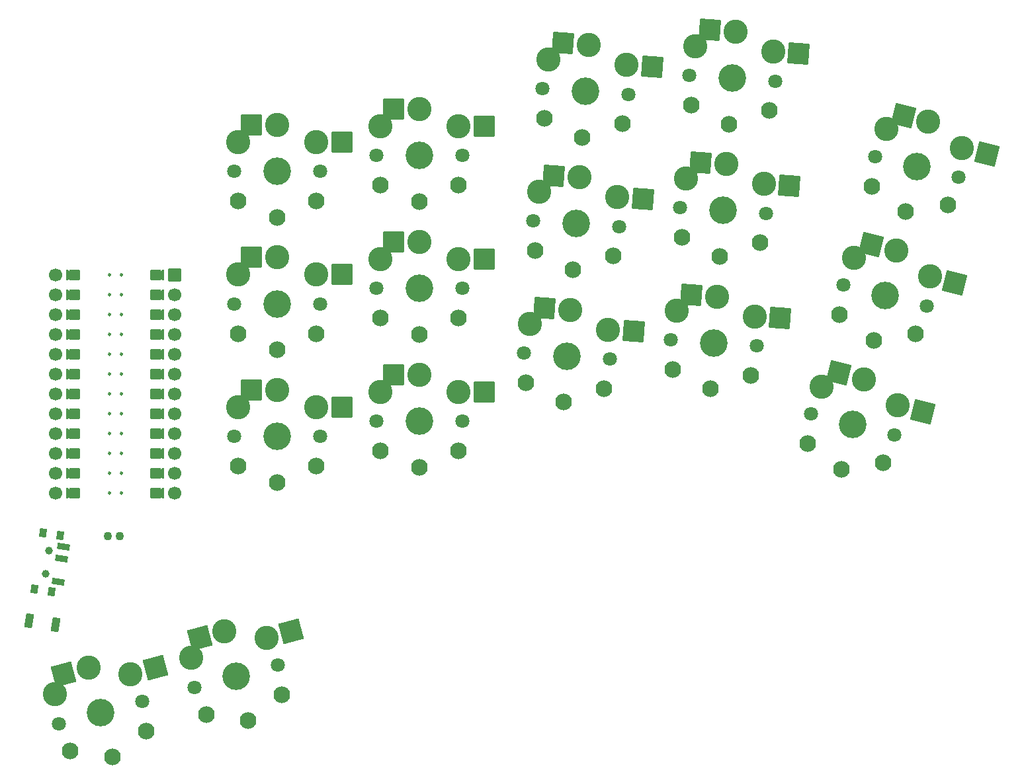
<source format=gbr>
%TF.GenerationSoftware,KiCad,Pcbnew,6.0.6-3a73a75311~116~ubuntu22.04.1*%
%TF.CreationDate,2022-07-26T19:17:06+02:00*%
%TF.ProjectId,kiboard,6b69626f-6172-4642-9e6b-696361645f70,v1.0.0*%
%TF.SameCoordinates,Original*%
%TF.FileFunction,Soldermask,Bot*%
%TF.FilePolarity,Negative*%
%FSLAX46Y46*%
G04 Gerber Fmt 4.6, Leading zero omitted, Abs format (unit mm)*
G04 Created by KiCad (PCBNEW 6.0.6-3a73a75311~116~ubuntu22.04.1) date 2022-07-26 19:17:06*
%MOMM*%
%LPD*%
G01*
G04 APERTURE LIST*
G04 Aperture macros list*
%AMRoundRect*
0 Rectangle with rounded corners*
0 $1 Rounding radius*
0 $2 $3 $4 $5 $6 $7 $8 $9 X,Y pos of 4 corners*
0 Add a 4 corners polygon primitive as box body*
4,1,4,$2,$3,$4,$5,$6,$7,$8,$9,$2,$3,0*
0 Add four circle primitives for the rounded corners*
1,1,$1+$1,$2,$3*
1,1,$1+$1,$4,$5*
1,1,$1+$1,$6,$7*
1,1,$1+$1,$8,$9*
0 Add four rect primitives between the rounded corners*
20,1,$1+$1,$2,$3,$4,$5,0*
20,1,$1+$1,$4,$5,$6,$7,0*
20,1,$1+$1,$6,$7,$8,$9,0*
20,1,$1+$1,$8,$9,$2,$3,0*%
%AMFreePoly0*
4,1,14,0.635355,0.435355,0.650000,0.400000,0.650000,0.200000,0.635355,0.164645,0.035355,-0.435355,0.000000,-0.450000,-0.035355,-0.435355,-0.635355,0.164645,-0.650000,0.200000,-0.650000,0.400000,-0.635355,0.435355,-0.600000,0.450000,0.600000,0.450000,0.635355,0.435355,0.635355,0.435355,$1*%
%AMFreePoly1*
4,1,16,0.635355,1.035355,0.650000,1.000000,0.650000,-0.250000,0.635355,-0.285355,0.600000,-0.300000,-0.600000,-0.300000,-0.635355,-0.285355,-0.650000,-0.250000,-0.650000,1.000000,-0.635355,1.035355,-0.600000,1.050000,-0.564645,1.035355,0.000000,0.470710,0.564645,1.035355,0.600000,1.050000,0.635355,1.035355,0.635355,1.035355,$1*%
G04 Aperture macros list end*
%ADD10C,0.250000*%
%ADD11C,0.100000*%
%ADD12C,1.100000*%
%ADD13C,1.000000*%
%ADD14RoundRect,0.050000X0.316858X-0.556418X0.473293X0.431270X-0.316858X0.556418X-0.473293X-0.431270X0*%
%ADD15RoundRect,0.050000X0.686014X-0.463017X0.795518X0.228365X-0.686014X0.463017X-0.795518X-0.228365X0*%
%ADD16RoundRect,0.050000X-0.577429X-0.769140X0.311490X-0.909931X0.577429X0.769140X-0.311490X0.909931X0*%
%ADD17C,3.100000*%
%ADD18C,1.801800*%
%ADD19C,3.529000*%
%ADD20RoundRect,0.050000X-1.387517X-1.206150X1.206150X-1.387517X1.387517X1.206150X-1.206150X1.387517X0*%
%ADD21RoundRect,0.050000X-1.300000X-1.300000X1.300000X-1.300000X1.300000X1.300000X-1.300000X1.300000X0*%
%ADD22C,2.132000*%
%ADD23RoundRect,0.050000X-0.919239X-1.592168X1.592168X-0.919239X0.919239X1.592168X-1.592168X0.919239X0*%
%ADD24C,1.700000*%
%ADD25FreePoly0,270.000000*%
%ADD26FreePoly0,90.000000*%
%ADD27RoundRect,0.050000X-0.800000X0.800000X-0.800000X-0.800000X0.800000X-0.800000X0.800000X0.800000X0*%
%ADD28FreePoly1,90.000000*%
%ADD29FreePoly1,270.000000*%
%ADD30RoundRect,0.050000X-1.575883X-0.946886X0.946886X-1.575883X1.575883X0.946886X-0.946886X1.575883X0*%
G04 APERTURE END LIST*
D10*
%TO.C,MCU1*%
X-3013000Y2933356D02*
G75*
G03*
X-3013000Y2933356I-125000J0D01*
G01*
X-4537000Y8013356D02*
G75*
G03*
X-4537000Y8013356I-125000J0D01*
G01*
X-4537000Y15633356D02*
G75*
G03*
X-4537000Y15633356I-125000J0D01*
G01*
X-3013000Y13093356D02*
G75*
G03*
X-3013000Y13093356I-125000J0D01*
G01*
X-3013000Y10553356D02*
G75*
G03*
X-3013000Y10553356I-125000J0D01*
G01*
X-3013000Y-2146644D02*
G75*
G03*
X-3013000Y-2146644I-125000J0D01*
G01*
X-3013000Y8013356D02*
G75*
G03*
X-3013000Y8013356I-125000J0D01*
G01*
X-4537000Y393356D02*
G75*
G03*
X-4537000Y393356I-125000J0D01*
G01*
X-4537000Y-2146644D02*
G75*
G03*
X-4537000Y-2146644I-125000J0D01*
G01*
X-3013000Y-7226644D02*
G75*
G03*
X-3013000Y-7226644I-125000J0D01*
G01*
X-3013000Y393356D02*
G75*
G03*
X-3013000Y393356I-125000J0D01*
G01*
X-4537000Y13093356D02*
G75*
G03*
X-4537000Y13093356I-125000J0D01*
G01*
X-4537000Y18173356D02*
G75*
G03*
X-4537000Y18173356I-125000J0D01*
G01*
X-4537000Y5473356D02*
G75*
G03*
X-4537000Y5473356I-125000J0D01*
G01*
X-3013000Y15633356D02*
G75*
G03*
X-3013000Y15633356I-125000J0D01*
G01*
X-3013000Y18173356D02*
G75*
G03*
X-3013000Y18173356I-125000J0D01*
G01*
X-4537000Y10553356D02*
G75*
G03*
X-4537000Y10553356I-125000J0D01*
G01*
X-4537000Y-4686644D02*
G75*
G03*
X-4537000Y-4686644I-125000J0D01*
G01*
X-3013000Y5473356D02*
G75*
G03*
X-3013000Y5473356I-125000J0D01*
G01*
X-4537000Y2933356D02*
G75*
G03*
X-4537000Y2933356I-125000J0D01*
G01*
X-3013000Y-4686644D02*
G75*
G03*
X-3013000Y-4686644I-125000J0D01*
G01*
X-4537000Y20713356D02*
G75*
G03*
X-4537000Y20713356I-125000J0D01*
G01*
X-4537000Y-7226644D02*
G75*
G03*
X-4537000Y-7226644I-125000J0D01*
G01*
X-3013000Y20713356D02*
G75*
G03*
X-3013000Y20713356I-125000J0D01*
G01*
G36*
X-8980000Y12585356D02*
G01*
X-9996000Y12585356D01*
X-9996000Y13601356D01*
X-8980000Y13601356D01*
X-8980000Y12585356D01*
G37*
D11*
X-8980000Y12585356D02*
X-9996000Y12585356D01*
X-9996000Y13601356D01*
X-8980000Y13601356D01*
X-8980000Y12585356D01*
G36*
X-8980000Y-7734644D02*
G01*
X-9996000Y-7734644D01*
X-9996000Y-6718644D01*
X-8980000Y-6718644D01*
X-8980000Y-7734644D01*
G37*
X-8980000Y-7734644D02*
X-9996000Y-7734644D01*
X-9996000Y-6718644D01*
X-8980000Y-6718644D01*
X-8980000Y-7734644D01*
G36*
X-8980000Y10045356D02*
G01*
X-9996000Y10045356D01*
X-9996000Y11061356D01*
X-8980000Y11061356D01*
X-8980000Y10045356D01*
G37*
X-8980000Y10045356D02*
X-9996000Y10045356D01*
X-9996000Y11061356D01*
X-8980000Y11061356D01*
X-8980000Y10045356D01*
G36*
X2196000Y7505356D02*
G01*
X1180000Y7505356D01*
X1180000Y8521356D01*
X2196000Y8521356D01*
X2196000Y7505356D01*
G37*
X2196000Y7505356D02*
X1180000Y7505356D01*
X1180000Y8521356D01*
X2196000Y8521356D01*
X2196000Y7505356D01*
G36*
X2196000Y4965356D02*
G01*
X1180000Y4965356D01*
X1180000Y5981356D01*
X2196000Y5981356D01*
X2196000Y4965356D01*
G37*
X2196000Y4965356D02*
X1180000Y4965356D01*
X1180000Y5981356D01*
X2196000Y5981356D01*
X2196000Y4965356D01*
G36*
X2196000Y-5194644D02*
G01*
X1180000Y-5194644D01*
X1180000Y-4178644D01*
X2196000Y-4178644D01*
X2196000Y-5194644D01*
G37*
X2196000Y-5194644D02*
X1180000Y-5194644D01*
X1180000Y-4178644D01*
X2196000Y-4178644D01*
X2196000Y-5194644D01*
G36*
X2196000Y17665356D02*
G01*
X1180000Y17665356D01*
X1180000Y18681356D01*
X2196000Y18681356D01*
X2196000Y17665356D01*
G37*
X2196000Y17665356D02*
X1180000Y17665356D01*
X1180000Y18681356D01*
X2196000Y18681356D01*
X2196000Y17665356D01*
G36*
X-8980000Y15125356D02*
G01*
X-9996000Y15125356D01*
X-9996000Y16141356D01*
X-8980000Y16141356D01*
X-8980000Y15125356D01*
G37*
X-8980000Y15125356D02*
X-9996000Y15125356D01*
X-9996000Y16141356D01*
X-8980000Y16141356D01*
X-8980000Y15125356D01*
G36*
X2196000Y-114644D02*
G01*
X1180000Y-114644D01*
X1180000Y901356D01*
X2196000Y901356D01*
X2196000Y-114644D01*
G37*
X2196000Y-114644D02*
X1180000Y-114644D01*
X1180000Y901356D01*
X2196000Y901356D01*
X2196000Y-114644D01*
G36*
X-8980000Y17665356D02*
G01*
X-9996000Y17665356D01*
X-9996000Y18681356D01*
X-8980000Y18681356D01*
X-8980000Y17665356D01*
G37*
X-8980000Y17665356D02*
X-9996000Y17665356D01*
X-9996000Y18681356D01*
X-8980000Y18681356D01*
X-8980000Y17665356D01*
G36*
X-8980000Y7505356D02*
G01*
X-9996000Y7505356D01*
X-9996000Y8521356D01*
X-8980000Y8521356D01*
X-8980000Y7505356D01*
G37*
X-8980000Y7505356D02*
X-9996000Y7505356D01*
X-9996000Y8521356D01*
X-8980000Y8521356D01*
X-8980000Y7505356D01*
G36*
X-8980000Y4965356D02*
G01*
X-9996000Y4965356D01*
X-9996000Y5981356D01*
X-8980000Y5981356D01*
X-8980000Y4965356D01*
G37*
X-8980000Y4965356D02*
X-9996000Y4965356D01*
X-9996000Y5981356D01*
X-8980000Y5981356D01*
X-8980000Y4965356D01*
G36*
X2196000Y-2654644D02*
G01*
X1180000Y-2654644D01*
X1180000Y-1638644D01*
X2196000Y-1638644D01*
X2196000Y-2654644D01*
G37*
X2196000Y-2654644D02*
X1180000Y-2654644D01*
X1180000Y-1638644D01*
X2196000Y-1638644D01*
X2196000Y-2654644D01*
G36*
X2196000Y12585356D02*
G01*
X1180000Y12585356D01*
X1180000Y13601356D01*
X2196000Y13601356D01*
X2196000Y12585356D01*
G37*
X2196000Y12585356D02*
X1180000Y12585356D01*
X1180000Y13601356D01*
X2196000Y13601356D01*
X2196000Y12585356D01*
G36*
X2196000Y2425356D02*
G01*
X1180000Y2425356D01*
X1180000Y3441356D01*
X2196000Y3441356D01*
X2196000Y2425356D01*
G37*
X2196000Y2425356D02*
X1180000Y2425356D01*
X1180000Y3441356D01*
X2196000Y3441356D01*
X2196000Y2425356D01*
G36*
X2196000Y10045356D02*
G01*
X1180000Y10045356D01*
X1180000Y11061356D01*
X2196000Y11061356D01*
X2196000Y10045356D01*
G37*
X2196000Y10045356D02*
X1180000Y10045356D01*
X1180000Y11061356D01*
X2196000Y11061356D01*
X2196000Y10045356D01*
G36*
X2196000Y20205356D02*
G01*
X1180000Y20205356D01*
X1180000Y21221356D01*
X2196000Y21221356D01*
X2196000Y20205356D01*
G37*
X2196000Y20205356D02*
X1180000Y20205356D01*
X1180000Y21221356D01*
X2196000Y21221356D01*
X2196000Y20205356D01*
G36*
X-8980000Y-114644D02*
G01*
X-9996000Y-114644D01*
X-9996000Y901356D01*
X-8980000Y901356D01*
X-8980000Y-114644D01*
G37*
X-8980000Y-114644D02*
X-9996000Y-114644D01*
X-9996000Y901356D01*
X-8980000Y901356D01*
X-8980000Y-114644D01*
G36*
X-8980000Y-2654644D02*
G01*
X-9996000Y-2654644D01*
X-9996000Y-1638644D01*
X-8980000Y-1638644D01*
X-8980000Y-2654644D01*
G37*
X-8980000Y-2654644D02*
X-9996000Y-2654644D01*
X-9996000Y-1638644D01*
X-8980000Y-1638644D01*
X-8980000Y-2654644D01*
G36*
X-8980000Y20205356D02*
G01*
X-9996000Y20205356D01*
X-9996000Y21221356D01*
X-8980000Y21221356D01*
X-8980000Y20205356D01*
G37*
X-8980000Y20205356D02*
X-9996000Y20205356D01*
X-9996000Y21221356D01*
X-8980000Y21221356D01*
X-8980000Y20205356D01*
G36*
X2196000Y-7734644D02*
G01*
X1180000Y-7734644D01*
X1180000Y-6718644D01*
X2196000Y-6718644D01*
X2196000Y-7734644D01*
G37*
X2196000Y-7734644D02*
X1180000Y-7734644D01*
X1180000Y-6718644D01*
X2196000Y-6718644D01*
X2196000Y-7734644D01*
G36*
X2196000Y15125356D02*
G01*
X1180000Y15125356D01*
X1180000Y16141356D01*
X2196000Y16141356D01*
X2196000Y15125356D01*
G37*
X2196000Y15125356D02*
X1180000Y15125356D01*
X1180000Y16141356D01*
X2196000Y16141356D01*
X2196000Y15125356D01*
G36*
X-8980000Y2425356D02*
G01*
X-9996000Y2425356D01*
X-9996000Y3441356D01*
X-8980000Y3441356D01*
X-8980000Y2425356D01*
G37*
X-8980000Y2425356D02*
X-9996000Y2425356D01*
X-9996000Y3441356D01*
X-8980000Y3441356D01*
X-8980000Y2425356D01*
G36*
X-8980000Y-5194644D02*
G01*
X-9996000Y-5194644D01*
X-9996000Y-4178644D01*
X-8980000Y-4178644D01*
X-8980000Y-5194644D01*
G37*
X-8980000Y-5194644D02*
X-9996000Y-5194644D01*
X-9996000Y-4178644D01*
X-8980000Y-4178644D01*
X-8980000Y-5194644D01*
%TD*%
D12*
%TO.C,*%
X-4870835Y-12743763D03*
X-3370835Y-12743763D03*
%TD*%
D13*
%TO.C,*%
X-12376837Y-14592064D03*
D14*
X-14268932Y-19506581D03*
D13*
X-12846141Y-17555129D03*
D14*
X-10944169Y-12642176D03*
X-12086141Y-19852301D03*
X-13126961Y-12296456D03*
D13*
X-12376837Y-14592064D03*
X-12846141Y-17555129D03*
D15*
X-11225135Y-18571220D03*
X-10755832Y-15608155D03*
X-10521180Y-14126623D03*
%TD*%
D16*
%TO.C,*%
X-14922237Y-23595451D03*
X-11564097Y-24127329D03*
%TD*%
D17*
%TO.C,S15*%
X60335511Y30657648D03*
D18*
X49599502Y27649226D03*
D17*
X55501155Y33201071D03*
X50359871Y31355213D03*
D19*
X55086104Y27265565D03*
D18*
X60572706Y26881904D03*
D17*
X55501155Y33201071D03*
D20*
X52234133Y33429524D03*
X63602533Y30429195D03*
%TD*%
D18*
%TO.C,S9*%
X29500000Y19000000D03*
D19*
X35000000Y19000000D03*
D17*
X35000000Y24950000D03*
X30000000Y22750000D03*
X35000000Y24950000D03*
D18*
X40500000Y19000000D03*
D17*
X40000000Y22750000D03*
D21*
X31725000Y24950000D03*
X43275000Y22750000D03*
%TD*%
D19*
%TO.C,S24*%
X75035924Y45919375D03*
D18*
X69549322Y46303036D03*
X80522526Y45535714D03*
D22*
X69783029Y42477414D03*
X79758670Y41779849D03*
X74624361Y40033747D03*
X74624361Y40033747D03*
%TD*%
D18*
%TO.C,S34*%
X6260738Y-32106019D03*
D19*
X11573330Y-30682514D03*
D18*
X16885922Y-29259009D03*
D22*
X7727213Y-35647127D03*
X17386472Y-33058937D03*
X13100362Y-36381476D03*
X13100362Y-36381476D03*
%TD*%
D17*
%TO.C,S31*%
X-11613536Y-33013130D03*
D18*
X-11125927Y-36764762D03*
D17*
X-7353308Y-29593998D03*
D19*
X-5813335Y-35341257D03*
D17*
X-7353308Y-29593998D03*
D18*
X-500743Y-33917752D03*
D17*
X-1954277Y-30424940D03*
D23*
X-10516715Y-30441631D03*
X1209130Y-29577308D03*
%TD*%
D18*
%TO.C,S4*%
X11300000Y17000000D03*
D19*
X16800000Y17000000D03*
D18*
X22300000Y17000000D03*
D22*
X21800000Y13200000D03*
X11800000Y13200000D03*
X16800000Y11100000D03*
X16800000Y11100000D03*
%TD*%
D19*
%TO.C,S3*%
X16800000Y17000000D03*
D17*
X16800000Y22950000D03*
D18*
X11300000Y17000000D03*
D17*
X21800000Y20750000D03*
X11800000Y20750000D03*
D18*
X22300000Y17000000D03*
D17*
X16800000Y22950000D03*
D21*
X13525000Y22950000D03*
X25075000Y20750000D03*
%TD*%
D17*
%TO.C,S11*%
X35000000Y41950000D03*
D19*
X35000000Y36000000D03*
D18*
X29500000Y36000000D03*
D17*
X35000000Y41950000D03*
D18*
X40500000Y36000000D03*
D17*
X30000000Y39750000D03*
X40000000Y39750000D03*
D21*
X31725000Y41950000D03*
X43275000Y39750000D03*
%TD*%
D18*
%TO.C,S17*%
X61758566Y43840492D03*
D17*
X56687015Y50159659D03*
D19*
X56271964Y44224153D03*
D17*
X61521371Y47616236D03*
X51545731Y48313801D03*
X56687015Y50159659D03*
D18*
X50785362Y44607814D03*
D20*
X53419993Y50388112D03*
X64788393Y47387783D03*
%TD*%
D24*
%TO.C,MCU1*%
X-11520000Y5473356D03*
X3720000Y13093356D03*
X3720000Y393356D03*
X3720000Y20713356D03*
D25*
X1942000Y20713356D03*
D26*
X-9742000Y-4686644D03*
D25*
X1942000Y18173356D03*
X1942000Y-7226644D03*
D24*
X-11520000Y-7226644D03*
D25*
X1942000Y13093356D03*
D24*
X3720000Y5473356D03*
D27*
X3720000Y20713356D03*
D25*
X1942000Y2933356D03*
D26*
X-9742000Y13093356D03*
D24*
X3720000Y8013356D03*
X3720000Y-7226644D03*
X-11520000Y15633356D03*
X3720000Y18173356D03*
D25*
X1942000Y8013356D03*
D24*
X-11520000Y20713356D03*
D26*
X-9742000Y5473356D03*
D25*
X1942000Y393356D03*
D24*
X-11520000Y8013356D03*
D25*
X1942000Y5473356D03*
X1942000Y-4686644D03*
D24*
X-11520000Y-2146644D03*
D26*
X-9742000Y18173356D03*
X-9742000Y-2146644D03*
D24*
X-11520000Y18173356D03*
D26*
X-9742000Y393356D03*
D24*
X3720000Y10553356D03*
X-11520000Y13093356D03*
X3720000Y-4686644D03*
X-11520000Y10553356D03*
D26*
X-9742000Y-7226644D03*
D24*
X-11520000Y393356D03*
D25*
X1942000Y15633356D03*
D24*
X-11520000Y2933356D03*
X3720000Y2933356D03*
X-11520000Y-4686644D03*
D25*
X1942000Y-2146644D03*
D24*
X3720000Y15633356D03*
D26*
X-9742000Y8013356D03*
X-9742000Y10553356D03*
X-9742000Y20713356D03*
D25*
X1942000Y10553356D03*
D26*
X-9742000Y2933356D03*
D24*
X3720000Y-2146644D03*
D26*
X-9742000Y15633356D03*
D28*
X-8726000Y20713356D03*
X-8726000Y18173356D03*
X-8726000Y15633356D03*
X-8726000Y13093356D03*
X-8726000Y10553356D03*
X-8726000Y8013356D03*
X-8726000Y5473356D03*
X-8726000Y2933356D03*
X-8726000Y393356D03*
X-8726000Y-2146644D03*
X-8726000Y-4686644D03*
X-8726000Y-7226644D03*
D29*
X926000Y-7226644D03*
X926000Y-4686644D03*
X926000Y-2146644D03*
X926000Y393356D03*
X926000Y2933356D03*
X926000Y5473356D03*
X926000Y8013356D03*
X926000Y10553356D03*
X926000Y13093356D03*
X926000Y15633356D03*
X926000Y18173356D03*
X926000Y20713356D03*
%TD*%
D17*
%TO.C,S7*%
X30000000Y5750000D03*
D18*
X40500000Y2000000D03*
D17*
X40000000Y5750000D03*
D19*
X35000000Y2000000D03*
D18*
X29500000Y2000000D03*
D17*
X35000000Y7950000D03*
X35000000Y7950000D03*
D21*
X31725000Y7950000D03*
X43275000Y5750000D03*
%TD*%
D18*
%TO.C,S1*%
X11300000Y0D03*
D17*
X16800000Y5950000D03*
X11800000Y3750000D03*
D18*
X22300000Y0D03*
D19*
X16800000Y0D03*
D17*
X16800000Y5950000D03*
X21800000Y3750000D03*
D21*
X13525000Y5950000D03*
X25075000Y3750000D03*
%TD*%
D19*
%TO.C,S12*%
X35000000Y36000000D03*
D18*
X40500000Y36000000D03*
X29500000Y36000000D03*
D22*
X30000000Y32200000D03*
X40000000Y32200000D03*
X35000000Y30100000D03*
X35000000Y30100000D03*
%TD*%
D17*
%TO.C,S13*%
X54315295Y16242482D03*
X49174011Y14396624D03*
X59149651Y13699059D03*
D18*
X59386846Y9923315D03*
X48413642Y10690637D03*
D17*
X54315295Y16242482D03*
D19*
X53900244Y10306976D03*
D20*
X51048273Y16470935D03*
X62416673Y13470606D03*
%TD*%
D18*
%TO.C,S14*%
X59386846Y9923315D03*
X48413642Y10690637D03*
D19*
X53900244Y10306976D03*
D22*
X48647349Y6865015D03*
X58622990Y6167450D03*
X53488681Y4421348D03*
X53488681Y4421348D03*
%TD*%
D19*
%TO.C,S2*%
X16800000Y0D03*
D18*
X11300000Y0D03*
X22300000Y0D03*
D22*
X11800000Y-3800000D03*
X21800000Y-3800000D03*
X16800000Y-5900000D03*
X16800000Y-5900000D03*
%TD*%
D19*
%TO.C,S20*%
X72664204Y12002197D03*
D18*
X78150806Y11618536D03*
X67177602Y12385858D03*
D22*
X67411309Y8560236D03*
X77386950Y7862671D03*
X72252641Y6116569D03*
X72252641Y6116569D03*
%TD*%
D19*
%TO.C,S18*%
X56271964Y44224153D03*
D18*
X50785362Y44607814D03*
X61758566Y43840492D03*
D22*
X60994710Y40084627D03*
X51019069Y40782192D03*
X55860401Y38338525D03*
X55860401Y38338525D03*
%TD*%
D18*
%TO.C,S23*%
X80522526Y45535714D03*
D17*
X75450975Y51854881D03*
X75450975Y51854881D03*
X80285331Y49311458D03*
D18*
X69549322Y46303036D03*
D17*
X70309691Y50009023D03*
D19*
X75035924Y45919375D03*
D20*
X72183953Y52083334D03*
X83552353Y49083005D03*
%TD*%
D19*
%TO.C,S32*%
X-5813335Y-35341257D03*
D18*
X-11125927Y-36764762D03*
X-500743Y-33917752D03*
D22*
X-193Y-37717680D03*
X-9659452Y-40305870D03*
X-4286303Y-41040219D03*
X-4286303Y-41040219D03*
%TD*%
D18*
%TO.C,S28*%
X89240109Y19387058D03*
D19*
X94576735Y18056488D03*
D18*
X99913361Y16725918D03*
D22*
X88805953Y15578974D03*
X98508910Y13159755D03*
X93149396Y12331743D03*
X93149396Y12331743D03*
%TD*%
D19*
%TO.C,S25*%
X90464063Y1561461D03*
D17*
X91903498Y7334721D03*
X96222749Y3990460D03*
X86519791Y6409679D03*
X91903498Y7334721D03*
D18*
X95800689Y230891D03*
X85127437Y2892031D03*
D30*
X88725780Y8127015D03*
X99400467Y3198166D03*
%TD*%
D19*
%TO.C,S26*%
X90464063Y1561461D03*
D18*
X95800689Y230891D03*
X85127437Y2892031D03*
D22*
X84693281Y-916053D03*
X94396238Y-3335272D03*
X89036724Y-4163284D03*
X89036724Y-4163284D03*
%TD*%
D18*
%TO.C,S30*%
X93352781Y35882086D03*
X104026033Y33220946D03*
D19*
X98689407Y34551516D03*
D22*
X92918625Y32074002D03*
X102621582Y29654783D03*
X97262068Y28826771D03*
X97262068Y28826771D03*
%TD*%
D19*
%TO.C,S5*%
X16800000Y34000000D03*
D17*
X11800000Y37750000D03*
D18*
X11300000Y34000000D03*
D17*
X21800000Y37750000D03*
D18*
X22300000Y34000000D03*
D17*
X16800000Y39950000D03*
X16800000Y39950000D03*
D21*
X13525000Y39950000D03*
X25075000Y37750000D03*
%TD*%
D19*
%TO.C,S22*%
X73850064Y28960786D03*
D18*
X79336666Y28577125D03*
X68363462Y29344447D03*
D22*
X68597169Y25518825D03*
X78572810Y24821260D03*
X73438501Y23075158D03*
X73438501Y23075158D03*
%TD*%
D18*
%TO.C,S16*%
X60572706Y26881904D03*
X49599502Y27649226D03*
D19*
X55086104Y27265565D03*
D22*
X59808850Y23126039D03*
X49833209Y23823604D03*
X54674541Y21379937D03*
X54674541Y21379937D03*
%TD*%
D18*
%TO.C,S10*%
X29500000Y19000000D03*
D19*
X35000000Y19000000D03*
D18*
X40500000Y19000000D03*
D22*
X30000000Y15200000D03*
X40000000Y15200000D03*
X35000000Y13100000D03*
X35000000Y13100000D03*
%TD*%
D18*
%TO.C,S21*%
X68363462Y29344447D03*
D17*
X74265115Y34896292D03*
D19*
X73850064Y28960786D03*
D17*
X69123831Y33050434D03*
D18*
X79336666Y28577125D03*
D17*
X74265115Y34896292D03*
X79099471Y32352869D03*
D20*
X70998093Y35124745D03*
X82366493Y32124416D03*
%TD*%
D17*
%TO.C,S29*%
X104448093Y36980515D03*
X100128842Y40324776D03*
D18*
X104026033Y33220946D03*
D19*
X98689407Y34551516D03*
D17*
X100128842Y40324776D03*
D18*
X93352781Y35882086D03*
D17*
X94745135Y39399734D03*
D30*
X96951124Y41117070D03*
X107625811Y36188221D03*
%TD*%
D18*
%TO.C,S27*%
X99913361Y16725918D03*
D17*
X100335421Y20485487D03*
D18*
X89240109Y19387058D03*
D17*
X96016170Y23829748D03*
X90632463Y22904706D03*
X96016170Y23829748D03*
D19*
X94576735Y18056488D03*
D30*
X92838452Y24622042D03*
X103513139Y19693193D03*
%TD*%
D18*
%TO.C,S6*%
X22300000Y34000000D03*
X11300000Y34000000D03*
D19*
X16800000Y34000000D03*
D22*
X11800000Y30200000D03*
X21800000Y30200000D03*
X16800000Y28100000D03*
X16800000Y28100000D03*
%TD*%
D17*
%TO.C,S19*%
X67937971Y16091845D03*
X73079255Y17937703D03*
X77913611Y15394280D03*
D18*
X78150806Y11618536D03*
D19*
X72664204Y12002197D03*
D17*
X73079255Y17937703D03*
D18*
X67177602Y12385858D03*
D20*
X69812233Y18166156D03*
X81180633Y15165827D03*
%TD*%
D19*
%TO.C,S8*%
X35000000Y2000000D03*
D18*
X29500000Y2000000D03*
X40500000Y2000000D03*
D22*
X40000000Y-1800000D03*
X30000000Y-1800000D03*
X35000000Y-3900000D03*
X35000000Y-3900000D03*
%TD*%
D17*
%TO.C,S33*%
X10033357Y-24935255D03*
X5773129Y-28354387D03*
X15432388Y-25766197D03*
X10033357Y-24935255D03*
D18*
X6260738Y-32106019D03*
D19*
X11573330Y-30682514D03*
D18*
X16885922Y-29259009D03*
D23*
X6869950Y-25782888D03*
X18595795Y-24918565D03*
%TD*%
M02*

</source>
